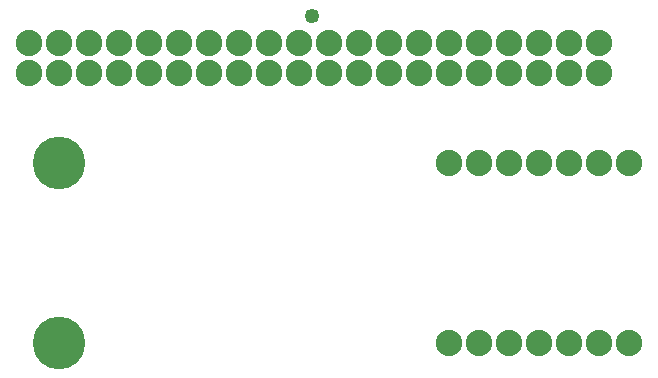
<source format=gts>
G04 MADE WITH FRITZING*
G04 WWW.FRITZING.ORG*
G04 DOUBLE SIDED*
G04 HOLES PLATED*
G04 CONTOUR ON CENTER OF CONTOUR VECTOR*
%ASAXBY*%
%FSLAX23Y23*%
%MOIN*%
%OFA0B0*%
%SFA1.0B1.0*%
%ADD10C,0.088000*%
%ADD11C,0.175354*%
%ADD12C,0.049370*%
%LNMASK1*%
G90*
G70*
G54D10*
X2072Y1151D03*
X1972Y1151D03*
X1872Y1151D03*
X1772Y1151D03*
X1672Y1151D03*
X1572Y1151D03*
X1472Y1151D03*
X1372Y1151D03*
X1272Y1151D03*
X1172Y1151D03*
X1072Y1151D03*
X972Y1151D03*
X872Y1151D03*
X772Y1151D03*
X672Y1151D03*
X572Y1151D03*
X472Y1151D03*
X372Y1151D03*
X272Y1151D03*
X172Y1151D03*
X2072Y1151D03*
X1972Y1151D03*
X1872Y1151D03*
X1772Y1151D03*
X1672Y1151D03*
X1572Y1151D03*
X1472Y1151D03*
X1372Y1151D03*
X1272Y1151D03*
X1172Y1151D03*
X1072Y1151D03*
X972Y1151D03*
X872Y1151D03*
X772Y1151D03*
X672Y1151D03*
X572Y1151D03*
X472Y1151D03*
X372Y1151D03*
X272Y1151D03*
X172Y1151D03*
X172Y1051D03*
X272Y1051D03*
X372Y1051D03*
X472Y1051D03*
X572Y1051D03*
X672Y1051D03*
X772Y1051D03*
X872Y1051D03*
X972Y1051D03*
X1072Y1051D03*
X1172Y1051D03*
X1272Y1051D03*
X1372Y1051D03*
X1472Y1051D03*
X1572Y1051D03*
X1672Y1051D03*
X1772Y1051D03*
X1872Y1051D03*
X1972Y1051D03*
X2072Y1051D03*
X2172Y751D03*
X2072Y751D03*
X1972Y751D03*
X1872Y751D03*
X1772Y751D03*
X1672Y751D03*
X1572Y751D03*
X2172Y151D03*
X2072Y151D03*
X1972Y151D03*
X1872Y151D03*
X1772Y151D03*
X1672Y151D03*
X1572Y151D03*
G54D11*
X272Y151D03*
X272Y751D03*
G54D12*
X1116Y1239D03*
G04 End of Mask1*
M02*
</source>
